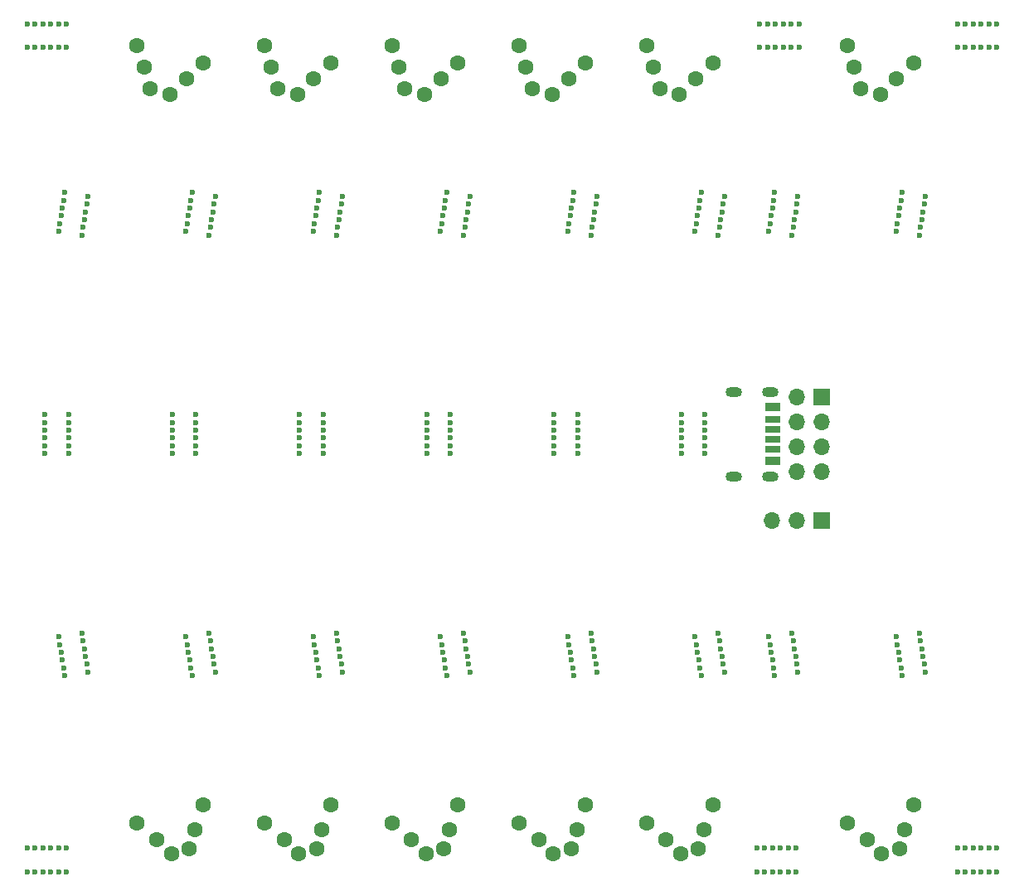
<source format=gts>
G04 #@! TF.GenerationSoftware,KiCad,Pcbnew,(5.1.10)-1*
G04 #@! TF.CreationDate,2021-11-24T21:38:53+01:00*
G04 #@! TF.ProjectId,pcb,7063622e-6b69-4636-9164-5f7063625858,rev?*
G04 #@! TF.SameCoordinates,Original*
G04 #@! TF.FileFunction,Soldermask,Top*
G04 #@! TF.FilePolarity,Negative*
%FSLAX46Y46*%
G04 Gerber Fmt 4.6, Leading zero omitted, Abs format (unit mm)*
G04 Created by KiCad (PCBNEW (5.1.10)-1) date 2021-11-24 21:38:53*
%MOMM*%
%LPD*%
G01*
G04 APERTURE LIST*
%ADD10C,0.600000*%
%ADD11O,1.700000X1.700000*%
%ADD12R,1.700000X1.700000*%
%ADD13C,1.600000*%
%ADD14O,1.700000X1.000000*%
%ADD15R,1.600000X0.700000*%
%ADD16R,1.600000X0.900000*%
%ADD17R,1.600000X0.800000*%
G04 APERTURE END LIST*
D10*
X50500000Y-60500000D03*
X51300000Y-60500000D03*
X50500000Y-58100000D03*
X51300000Y-58100000D03*
X54500000Y-58100000D03*
X54500000Y-60500000D03*
X52100000Y-58100000D03*
X53700000Y-58100000D03*
X53700000Y-60500000D03*
X52100000Y-60500000D03*
X52900000Y-58100000D03*
X52900000Y-60500000D03*
X50500000Y-144700000D03*
X51300000Y-144700000D03*
X50500000Y-142300000D03*
X51300000Y-142300000D03*
X54500000Y-142300000D03*
X54500000Y-144700000D03*
X52100000Y-142300000D03*
X53700000Y-142300000D03*
X53700000Y-144700000D03*
X52100000Y-144700000D03*
X52900000Y-142300000D03*
X52900000Y-144700000D03*
X125000000Y-144700000D03*
X125800000Y-144700000D03*
X125000000Y-142300000D03*
X125800000Y-142300000D03*
X129000000Y-142300000D03*
X129000000Y-144700000D03*
X126600000Y-142300000D03*
X128200000Y-142300000D03*
X128200000Y-144700000D03*
X126600000Y-144700000D03*
X127400000Y-142300000D03*
X127400000Y-144700000D03*
X125300000Y-60500000D03*
X126100000Y-60500000D03*
X125300000Y-58100000D03*
X126100000Y-58100000D03*
X129300000Y-58100000D03*
X129300000Y-60500000D03*
X126900000Y-58100000D03*
X128500000Y-58100000D03*
X128500000Y-60500000D03*
X126900000Y-60500000D03*
X127700000Y-58100000D03*
X127700000Y-60500000D03*
X145500000Y-144700000D03*
X146300000Y-144700000D03*
X145500000Y-142300000D03*
X146300000Y-142300000D03*
X149500000Y-142300000D03*
X149500000Y-144700000D03*
X147100000Y-142300000D03*
X148700000Y-142300000D03*
X148700000Y-144700000D03*
X147100000Y-144700000D03*
X147900000Y-142300000D03*
X147900000Y-144700000D03*
X145500000Y-60500000D03*
X146300000Y-60500000D03*
X145500000Y-58100000D03*
X146300000Y-58100000D03*
X149500000Y-58100000D03*
X149500000Y-60500000D03*
X147100000Y-58100000D03*
X148700000Y-58100000D03*
X148700000Y-60500000D03*
X147100000Y-60500000D03*
X147900000Y-58100000D03*
X147900000Y-60500000D03*
X139201905Y-120712345D03*
X139327053Y-121502495D03*
X141572357Y-120336902D03*
X141697505Y-121127053D03*
X142198095Y-124287655D03*
X139827643Y-124663098D03*
X141822652Y-121917203D03*
X142072947Y-123497505D03*
X139702495Y-123872947D03*
X139452200Y-122292646D03*
X141947800Y-122707354D03*
X139577348Y-123082797D03*
X139827643Y-75336902D03*
X139702495Y-76127053D03*
X142198095Y-75712345D03*
X142072947Y-76502495D03*
X141572357Y-79663098D03*
X139201905Y-79287655D03*
X141947800Y-77292646D03*
X141697505Y-78872947D03*
X139327053Y-78497505D03*
X139577348Y-76917203D03*
X141822652Y-78082797D03*
X139452200Y-77707354D03*
X52300000Y-98000000D03*
X52300000Y-98800000D03*
X54700000Y-98000000D03*
X54700000Y-98800000D03*
X54700000Y-102000000D03*
X52300000Y-102000000D03*
X54700000Y-99600000D03*
X54700000Y-101200000D03*
X52300000Y-101200000D03*
X52300000Y-99600000D03*
X54700000Y-100400000D03*
X52300000Y-100400000D03*
X53701905Y-120712345D03*
X53827053Y-121502495D03*
X56072357Y-120336902D03*
X56197505Y-121127053D03*
X56698095Y-124287655D03*
X54327643Y-124663098D03*
X56322652Y-121917203D03*
X56572947Y-123497505D03*
X54202495Y-123872947D03*
X53952200Y-122292646D03*
X56447800Y-122707354D03*
X54077348Y-123082797D03*
X54327643Y-75336902D03*
X54202495Y-76127053D03*
X56698095Y-75712345D03*
X56572947Y-76502495D03*
X56072357Y-79663098D03*
X53701905Y-79287655D03*
X56447800Y-77292646D03*
X56197505Y-78872947D03*
X53827053Y-78497505D03*
X54077348Y-76917203D03*
X56322652Y-78082797D03*
X53952200Y-77707354D03*
X126201905Y-120712345D03*
X126327053Y-121502495D03*
X128572357Y-120336902D03*
X128697505Y-121127053D03*
X129198095Y-124287655D03*
X126827643Y-124663098D03*
X128822652Y-121917203D03*
X129072947Y-123497505D03*
X126702495Y-123872947D03*
X126452200Y-122292646D03*
X128947800Y-122707354D03*
X126577348Y-123082797D03*
X126827643Y-75336902D03*
X126702495Y-76127053D03*
X129198095Y-75712345D03*
X129072947Y-76502495D03*
X128572357Y-79663098D03*
X126201905Y-79287655D03*
X128947800Y-77292646D03*
X128697505Y-78872947D03*
X126327053Y-78497505D03*
X126577348Y-76917203D03*
X128822652Y-78082797D03*
X126452200Y-77707354D03*
X117300000Y-98000000D03*
X117300000Y-98800000D03*
X119700000Y-98000000D03*
X119700000Y-98800000D03*
X119700000Y-102000000D03*
X117300000Y-102000000D03*
X119700000Y-99600000D03*
X119700000Y-101200000D03*
X117300000Y-101200000D03*
X117300000Y-99600000D03*
X119700000Y-100400000D03*
X117300000Y-100400000D03*
X118701905Y-120712345D03*
X118827053Y-121502495D03*
X121072357Y-120336902D03*
X121197505Y-121127053D03*
X121698095Y-124287655D03*
X119327643Y-124663098D03*
X121322652Y-121917203D03*
X121572947Y-123497505D03*
X119202495Y-123872947D03*
X118952200Y-122292646D03*
X121447800Y-122707354D03*
X119077348Y-123082797D03*
X119327643Y-75336902D03*
X119202495Y-76127053D03*
X121698095Y-75712345D03*
X121572947Y-76502495D03*
X121072357Y-79663098D03*
X118701905Y-79287655D03*
X121447800Y-77292646D03*
X121197505Y-78872947D03*
X118827053Y-78497505D03*
X119077348Y-76917203D03*
X121322652Y-78082797D03*
X118952200Y-77707354D03*
X104300000Y-98000000D03*
X104300000Y-98800000D03*
X106700000Y-98000000D03*
X106700000Y-98800000D03*
X106700000Y-102000000D03*
X104300000Y-102000000D03*
X106700000Y-99600000D03*
X106700000Y-101200000D03*
X104300000Y-101200000D03*
X104300000Y-99600000D03*
X106700000Y-100400000D03*
X104300000Y-100400000D03*
X105701905Y-120712345D03*
X105827053Y-121502495D03*
X108072357Y-120336902D03*
X108197505Y-121127053D03*
X108698095Y-124287655D03*
X106327643Y-124663098D03*
X108322652Y-121917203D03*
X108572947Y-123497505D03*
X106202495Y-123872947D03*
X105952200Y-122292646D03*
X108447800Y-122707354D03*
X106077348Y-123082797D03*
X106327643Y-75336902D03*
X106202495Y-76127053D03*
X108698095Y-75712345D03*
X108572947Y-76502495D03*
X108072357Y-79663098D03*
X105701905Y-79287655D03*
X108447800Y-77292646D03*
X108197505Y-78872947D03*
X105827053Y-78497505D03*
X106077348Y-76917203D03*
X108322652Y-78082797D03*
X105952200Y-77707354D03*
X91300000Y-98000000D03*
X91300000Y-98800000D03*
X93700000Y-98000000D03*
X93700000Y-98800000D03*
X93700000Y-102000000D03*
X91300000Y-102000000D03*
X93700000Y-99600000D03*
X93700000Y-101200000D03*
X91300000Y-101200000D03*
X91300000Y-99600000D03*
X93700000Y-100400000D03*
X91300000Y-100400000D03*
X92701905Y-120712345D03*
X92827053Y-121502495D03*
X95072357Y-120336902D03*
X95197505Y-121127053D03*
X95698095Y-124287655D03*
X93327643Y-124663098D03*
X95322652Y-121917203D03*
X95572947Y-123497505D03*
X93202495Y-123872947D03*
X92952200Y-122292646D03*
X95447800Y-122707354D03*
X93077348Y-123082797D03*
X93327643Y-75336902D03*
X93202495Y-76127053D03*
X95698095Y-75712345D03*
X95572947Y-76502495D03*
X95072357Y-79663098D03*
X92701905Y-79287655D03*
X95447800Y-77292646D03*
X95197505Y-78872947D03*
X92827053Y-78497505D03*
X93077348Y-76917203D03*
X95322652Y-78082797D03*
X92952200Y-77707354D03*
X78300000Y-98000000D03*
X78300000Y-98800000D03*
X80700000Y-98000000D03*
X80700000Y-98800000D03*
X80700000Y-102000000D03*
X78300000Y-102000000D03*
X80700000Y-99600000D03*
X80700000Y-101200000D03*
X78300000Y-101200000D03*
X78300000Y-99600000D03*
X80700000Y-100400000D03*
X78300000Y-100400000D03*
X79701905Y-120712345D03*
X79827053Y-121502495D03*
X82072357Y-120336902D03*
X82197505Y-121127053D03*
X82698095Y-124287655D03*
X80327643Y-124663098D03*
X82322652Y-121917203D03*
X82572947Y-123497505D03*
X80202495Y-123872947D03*
X79952200Y-122292646D03*
X82447800Y-122707354D03*
X80077348Y-123082797D03*
X80327643Y-75336902D03*
X80202495Y-76127053D03*
X82698095Y-75712345D03*
X82572947Y-76502495D03*
X82072357Y-79663098D03*
X79701905Y-79287655D03*
X82447800Y-77292646D03*
X82197505Y-78872947D03*
X79827053Y-78497505D03*
X80077348Y-76917203D03*
X82322652Y-78082797D03*
X79952200Y-77707354D03*
X66701905Y-120712345D03*
X66827053Y-121502495D03*
X69072357Y-120336902D03*
X69197505Y-121127053D03*
X69698095Y-124287655D03*
X67327643Y-124663098D03*
X69322652Y-121917203D03*
X69572947Y-123497505D03*
X67202495Y-123872947D03*
X66952200Y-122292646D03*
X69447800Y-122707354D03*
X67077348Y-123082797D03*
X67327643Y-75336902D03*
X67202495Y-76127053D03*
X69698095Y-75712345D03*
X69572947Y-76502495D03*
X69072357Y-79663098D03*
X66701905Y-79287655D03*
X69447800Y-77292646D03*
X69197505Y-78872947D03*
X66827053Y-78497505D03*
X67077348Y-76917203D03*
X69322652Y-78082797D03*
X66952200Y-77707354D03*
X65300000Y-98000000D03*
X65300000Y-98800000D03*
X67700000Y-98000000D03*
X67700000Y-98800000D03*
X67700000Y-102000000D03*
X65300000Y-102000000D03*
X67700000Y-99600000D03*
X67700000Y-101200000D03*
X65300000Y-101200000D03*
X65300000Y-99600000D03*
X67700000Y-100400000D03*
X65300000Y-100400000D03*
D11*
X129060000Y-103820000D03*
X131600000Y-103820000D03*
X129060000Y-101280000D03*
X131600000Y-101280000D03*
X129060000Y-98740000D03*
X131600000Y-98740000D03*
X129060000Y-96200000D03*
D12*
X131600000Y-96200000D03*
D13*
X76063443Y-64743647D03*
X75409029Y-62549509D03*
X79755695Y-63714195D03*
X74719260Y-60294133D03*
X78091887Y-65287167D03*
X81480740Y-62105867D03*
X137704706Y-142861285D03*
X136237550Y-141442675D03*
X140101254Y-140407399D03*
X140980740Y-137894133D03*
X139539965Y-142369529D03*
X134219260Y-139705867D03*
X117204706Y-142861285D03*
X115737550Y-141442675D03*
X119601254Y-140407399D03*
X120480740Y-137894133D03*
X119039965Y-142369529D03*
X113719260Y-139705867D03*
X104204706Y-142861285D03*
X102737550Y-141442675D03*
X106601254Y-140407399D03*
X107480740Y-137894133D03*
X106039965Y-142369529D03*
X100719260Y-139705867D03*
X91204706Y-142861285D03*
X89737550Y-141442675D03*
X93601254Y-140407399D03*
X94480740Y-137894133D03*
X93039965Y-142369529D03*
X87719260Y-139705867D03*
X78204706Y-142861285D03*
X76737550Y-141442675D03*
X80601254Y-140407399D03*
X81480740Y-137894133D03*
X80039965Y-142369529D03*
X74719260Y-139705867D03*
X65204706Y-142861285D03*
X63737550Y-141442675D03*
X67601254Y-140407399D03*
X68480740Y-137894133D03*
X67039965Y-142369529D03*
X61719260Y-139705867D03*
X135563443Y-64743647D03*
X134909029Y-62549509D03*
X139255695Y-63714195D03*
X134219260Y-60294133D03*
X137591887Y-65287167D03*
X140980740Y-62105867D03*
X115063443Y-64743647D03*
X114409029Y-62549509D03*
X118755695Y-63714195D03*
X113719260Y-60294133D03*
X117091887Y-65287167D03*
X120480740Y-62105867D03*
X102063443Y-64743647D03*
X101409029Y-62549509D03*
X105755695Y-63714195D03*
X100719260Y-60294133D03*
X104091887Y-65287167D03*
X107480740Y-62105867D03*
X89063443Y-64743647D03*
X88409029Y-62549509D03*
X92755695Y-63714195D03*
X87719260Y-60294133D03*
X91091887Y-65287167D03*
X94480740Y-62105867D03*
X63063443Y-64743647D03*
X62409029Y-62549509D03*
X66755695Y-63714195D03*
X61719260Y-60294133D03*
X65091887Y-65287167D03*
X68480740Y-62105867D03*
D14*
X122600000Y-104320000D03*
X122600000Y-95680000D03*
X126400000Y-95680000D03*
X126400000Y-104320000D03*
D15*
X126580000Y-100500000D03*
X126580000Y-99500000D03*
D16*
X126580000Y-102750000D03*
X126580000Y-97250000D03*
D17*
X126580000Y-98480000D03*
X126580000Y-101520000D03*
D11*
X126520000Y-108800000D03*
X129060000Y-108800000D03*
D12*
X131600000Y-108800000D03*
M02*

</source>
